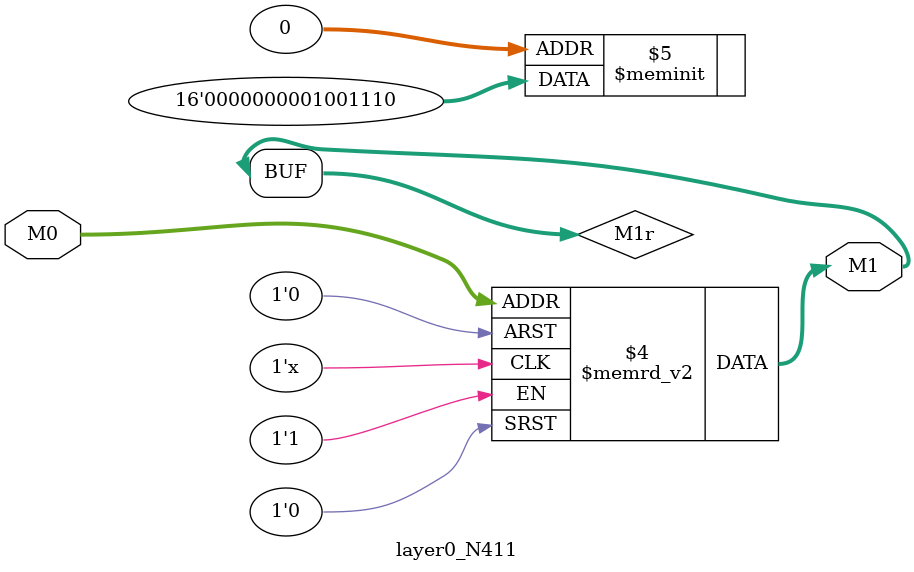
<source format=v>
module layer0_N411 ( input [2:0] M0, output [1:0] M1 );

	(*rom_style = "distributed" *) reg [1:0] M1r;
	assign M1 = M1r;
	always @ (M0) begin
		case (M0)
			3'b000: M1r = 2'b10;
			3'b100: M1r = 2'b00;
			3'b010: M1r = 2'b00;
			3'b110: M1r = 2'b00;
			3'b001: M1r = 2'b11;
			3'b101: M1r = 2'b00;
			3'b011: M1r = 2'b01;
			3'b111: M1r = 2'b00;

		endcase
	end
endmodule

</source>
